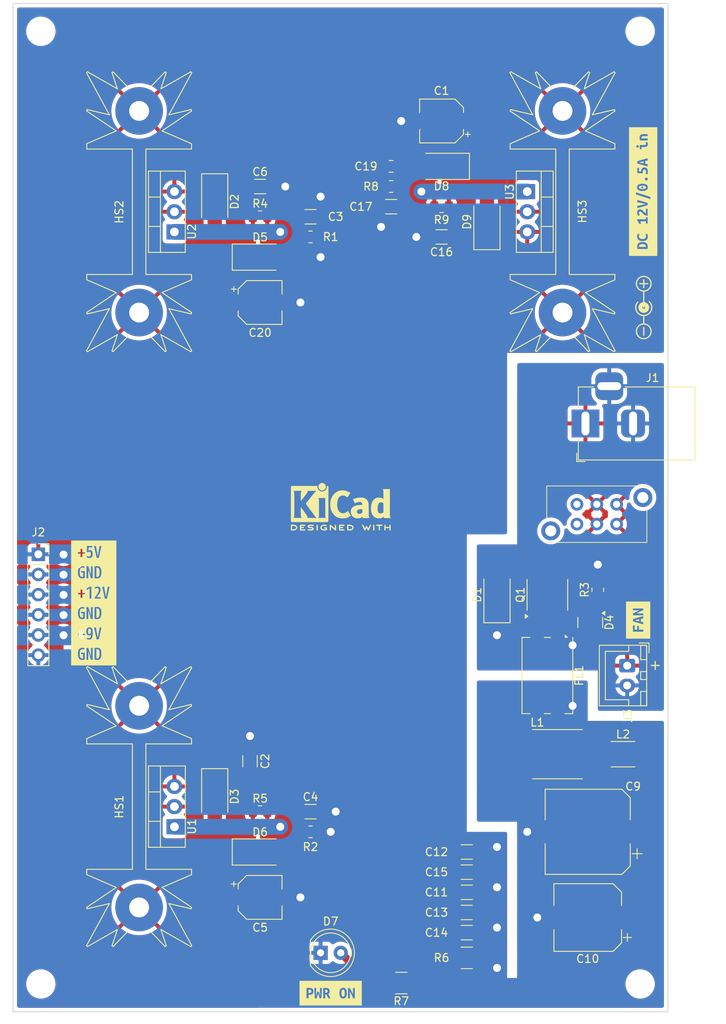
<source format=kicad_pcb>
(kicad_pcb (version 20240108) (generator "pcbnew") (generator_version "8.0")
  (layers (0 "F.Cu" signal) (31 "B.Cu" signal) (34 "B.Paste" user) (35 "F.Paste" user) (36 "B.SilkS" user "B.Silkscreen") (37 "F.SilkS" user "F.Silkscreen") (38 "B.Mask" user) (39 "F.Mask" user) (44 "Edge.Cuts" user))
  (net 0 "")
  (net 1 "+12V")
  (net 2 "GND")
  (net 3 "/ADJ_5V")
  (net 4 "/ADJ_9V")
  (net 5 "+5V")
  (net 6 "+9V")
  (net 7 "GNDPWR")
  (net 8 "/SW_OUT")
  (net 10 "/PRE_FILTER")
  (net 11 "Net-(D4-A)")
  (net 12 "Net-(D7-A)")
  (net 13 "/L1")
  (net 14 "/SW_IN")
  (net 15 "/L2")
  (net 18 "/ADJ_PRE")
  (net 19 "+8V")
  (footprint "Capacitor_SMD:C_1206_3216Metric" (layer "F.Cu") (at 140.97 62.865)
    (property "Reference" "C3" (at 3.175 0 0) (layer "F.SilkS"))
    (property "Value" "10uC")
    (pad "1" smd roundrect (at -1.475 0) (size 1.15 1.8) (layers "F.Cu" "F.Paste" "F.Mask") (roundrect_rratio 0.217391) (net 3 "/ADJ_5V"))
    (pad "2" smd roundrect (at 1.475 0) (size 1.15 1.8) (layers "F.Cu" "F.Paste" "F.Mask") (roundrect_rratio 0.217391) (net 2 "GND"))
  )
  (footprint "Inductor_SMD:L_Taiyo-Yuden_NR-60xx" (layer "F.Cu") (at 172.085 130.556)
    (property "Reference" "L1" (at -2.54 -4 0) (layer "F.SilkS"))
    (property "Value" "100uL")
    (pad "1" smd rect (at -2.35 0) (size 1.6 5.7) (layers "F.Cu" "F.Paste" "F.Mask") (net 13 "/L1"))
    (pad "2" smd rect (at 2.35 0) (size 1.6 5.7) (layers "F.Cu" "F.Paste" "F.Mask") (net 15 "/L2"))
  )
  (footprint "Diode_SMD:D_SMA" (layer "F.Cu") (at 128.905 135.89 -90)
    (property "Reference" "D3" (at 0 -2.5 90) (layer "F.SilkS"))
    (property "Value" "S1A-13-F")
    (pad "1" smd roundrect (at -2 0 270) (size 2.5 1.8) (layers "F.Cu" "F.Paste" "F.Mask") (roundrect_rratio 0.1388888889) (net 1 "+12V"))
    (pad "2" smd roundrect (at 2 0 270) (size 2.5 1.8) (layers "F.Cu" "F.Paste" "F.Mask") (roundrect_rratio 0.1388888889) (net 6 "+9V"))
  )
  (footprint "Package_SO:SOIC-8_3.9x4.9mm_P1.27mm" (layer "F.Cu") (at 170.815 110.49 90)
    (property "Reference" "Q1" (at 0 -3.4 90) (layer "F.SilkS"))
    (property "Value" "DMP3037LSS-13")
    (pad "1" smd roundrect (at -2.475 -1.905 90) (size 1.95 0.6) (layers "F.Cu" "F.Paste" "F.Mask") (net 10 "/PRE_FILTER"))
    (pad "2" smd roundrect (at -2.475 -0.635 90) (size 1.95 0.6) (layers "F.Cu" "F.Paste" "F.Mask") (net 10 "/PRE_FILTER"))
    (pad "3" smd roundrect (at -2.475 0.635 90) (size 1.95 0.6) (layers "F.Cu" "F.Paste" "F.Mask") (net 10 "/PRE_FILTER"))
    (pad "4" smd roundrect (at -2.475 1.905 90) (size 1.95 0.6) (layers "F.Cu" "F.Paste" "F.Mask") (net 11 "Net-(D4-A)"))
    (pad "5" smd roundrect (at 2.475 1.905 90) (size 1.95 0.6) (layers "F.Cu" "F.Paste" "F.Mask") (net 8 "/SW_OUT"))
    (pad "6" smd roundrect (at 2.475 0.635 90) (size 1.95 0.6) (layers "F.Cu" "F.Paste" "F.Mask") (net 8 "/SW_OUT"))
    (pad "7" smd roundrect (at 2.475 -0.635 90) (size 1.95 0.6) (layers "F.Cu" "F.Paste" "F.Mask") (net 8 "/SW_OUT"))
    (pad "8" smd roundrect (at 2.475 -1.905 90) (size 1.95 0.6) (layers "F.Cu" "F.Paste" "F.Mask") (net 8 "/SW_OUT"))
  )
  (footprint "Resistor_SMD:R_0805_2012Metric" (layer "F.Cu") (at 140.97 65.405)
    (property "Reference" "R1" (at 2.54 0 0) (layer "F.SilkS"))
    (property "Value" "715R")
    (pad "1" smd roundrect (at -0.9125 0) (size 1.025 1.4) (layers "F.Cu" "F.Paste" "F.Mask") (roundrect_rratio 0.243902) (net 3 "/ADJ_5V"))
    (pad "2" smd roundrect (at 0.9125 0) (size 1.025 1.4) (layers "F.Cu" "F.Paste" "F.Mask") (roundrect_rratio 0.243902) (net 2 "GND"))
  )
  (footprint "Resistor_SMD:R_0805_2012Metric" (layer "F.Cu") (at 177.165 109.855 90)
    (property "Reference" "R3" (at 0 -1.65 90) (layer "F.SilkS"))
    (property "Value" "10kR")
    (pad "1" smd roundrect (at -0.9125 0 90) (size 1.025 1.4) (layers "F.Cu" "F.Paste" "F.Mask") (roundrect_rratio 0.243902) (net 11 "Net-(D4-A)"))
    (pad "2" smd roundrect (at 0.9125 0 90) (size 1.025 1.4) (layers "F.Cu" "F.Paste" "F.Mask") (roundrect_rratio 0.243902) (net 7 "GNDPWR"))
  )
  (footprint "Capacitor_SMD:CP_Elec_5x5.4" (layer "F.Cu") (at 134.62 148.59)
    (property "Reference" "C5" (at 0 3.81 0) (layer "F.SilkS"))
    (property "Value" "22uC")
    (pad "1" smd roundrect (at -2.2 0) (size 3 1.6) (layers "F.Cu" "F.Paste" "F.Mask") (roundrect_rratio 0.15625) (net 6 "+9V"))
    (pad "2" smd roundrect (at 2.2 0) (size 3 1.6) (layers "F.Cu" "F.Paste" "F.Mask") (roundrect_rratio 0.15625) (net 2 "GND"))
  )
  (footprint "kibuzzard-67A3D3AE" (layer "F.Cu") (at 113.665 111.506)
    (property "Reference" "kibuzzard-67A3D3AE" (hide yes))
    (property "Value" "G***" (hide yes))
  )
  (footprint "Diode_SMD:D_SMA" (layer "F.Cu") (at 157.48 56.515 180)
    (property "Reference" "D8" (at 0 -2.5 0) (layer "F.SilkS"))
    (property "Value" "S1A-13-F")
    (pad "1" smd roundrect (at -2 0 180) (size 2.5 1.8) (layers "F.Cu" "F.Paste" "F.Mask") (roundrect_rratio 0.1388888889) (net 19 "+8V"))
    (pad "2" smd roundrect (at 2 0 180) (size 2.5 1.8) (layers "F.Cu" "F.Paste" "F.Mask") (roundrect_rratio 0.1388888889) (net 18 "/ADJ_PRE"))
  )
  (footprint "Connector_JST:JST_XH_B2B-XH-A_1x02_P2.50mm_Vertical" (layer "F.Cu") (at 180.865 119.4 -90)
    (property "Reference" "J3" (at 6.33 -0.11 90) (layer "F.SilkS"))
    (property "Value" "Conn_01x02")
    (pad "1" thru_hole roundrect (at 0 0 270) (size 1.7 2) (drill 1) (layers "*.Cu" "*.Mask") (roundrect_rratio 0.147059) (net 10 "/PRE_FILTER"))
    (pad "2" thru_hole oval (at 2.5 0 270) (size 1.7 2) (drill 1) (layers "*.Cu" "*.Mask") (net 7 "GNDPWR"))
  )
  (footprint "Inductor_SMD:L_Taiyo-Yuden_NR-30xx" (layer "F.Cu") (at 180.34 130.556)
    (property "Reference" "L2" (at 0 -2.5 0) (layer "F.SilkS"))
    (property "Value" "10uL")
    (pad "1" smd rect (at -1.1 0) (size 0.8 2.7) (layers "F.Cu" "F.Paste" "F.Mask") (net 15 "/L2"))
    (pad "2" smd rect (at 1.1 0) (size 0.8 2.7) (layers "F.Cu" "F.Paste" "F.Mask") (net 1 "+12V"))
  )
  (footprint "Resistor_SMD:R_1210_3225Metric" (layer "F.Cu") (at 152.4 159.385 180)
    (property "Reference" "R7" (at 0 -2.28 0) (layer "F.SilkS"))
    (property "Value" "1kR")
    (pad "1" smd roundrect (at -1.4625 0 180) (size 1.125 2.65) (layers "F.Cu" "F.Paste" "F.Mask") (roundrect_rratio 0.222222) (net 1 "+12V"))
    (pad "2" smd roundrect (at 1.4625 0 180) (size 1.125 2.65) (layers "F.Cu" "F.Paste" "F.Mask") (roundrect_rratio 0.222222) (net 12 "Net-(D7-A)"))
  )
  (footprint "Diode_SMD:D_SMA" (layer "F.Cu") (at 164.465 110.49 90)
    (property "Reference" "D1" (at 0 -2.5 90) (layer "F.SilkS"))
    (property "Value" "SMAJ16CA")
    (pad "1" smd roundrect (at -2 0 90) (size 2.5 1.8) (layers "F.Cu" "F.Paste" "F.Mask") (roundrect_rratio 0.1388888889) (net 7 "GNDPWR"))
    (pad "2" smd roundrect (at 2 0 90) (size 2.5 1.8) (layers "F.Cu" "F.Paste" "F.Mask") (roundrect_rratio 0.1388888889) (net 8 "/SW_OUT"))
  )
  (footprint "LED_THT:LED_D5.0mm" (layer "F.Cu") (at 142.24 155.575)
    (property "Reference" "D7" (at 1.27 -3.96 0) (layer "F.SilkS"))
    (property "Value" "LED")
    (pad "1" thru_hole rect (at 0 0) (size 1.8 1.8) (drill 0.9) (layers "*.Cu" "*.Mask") (net 2 "GND"))
    (pad "2" thru_hole circle (at 2.54 0) (size 1.8 1.8) (drill 0.9) (layers "*.Cu" "*.Mask") (net 12 "Net-(D7-A)"))
  )
  (footprint "Capacitor_SMD:C_1206_3216Metric" (layer "F.Cu") (at 157.48 65.405 180)
    (property "Reference" "C16" (at 0 -1.905 0) (layer "F.SilkS"))
    (property "Value" "100nC")
    (pad "1" smd roundrect (at -1.475 0 180) (size 1.15 1.8) (layers "F.Cu" "F.Paste" "F.Mask") (roundrect_rratio 0.217391) (net 1 "+12V"))
    (pad "2" smd roundrect (at 1.475 0 180) (size 1.15 1.8) (layers "F.Cu" "F.Paste" "F.Mask") (roundrect_rratio 0.217391) (net 2 "GND"))
  )
  (footprint "Diode_SMD:D_SMA" (layer "F.Cu") (at 128.905 60.96 -90)
    (property "Reference" "D2" (at 0 -2.5 90) (layer "F.SilkS"))
    (property "Value" "S1A-13-F")
    (pad "1" smd roundrect (at -2 0 270) (size 2.5 1.8) (layers "F.Cu" "F.Paste" "F.Mask") (roundrect_rratio 0.1388888889) (net 19 "+8V"))
    (pad "2" smd roundrect (at 2 0 270) (size 2.5 1.8) (layers "F.Cu" "F.Paste" "F.Mask") (roundrect_rratio 0.1388888889) (net 5 "+5V"))
  )
  (footprint "Connector_PinSocket_2.54mm:PinSocket_1x06_P2.54mm_Vertical" (layer "F.Cu") (at 106.68 105.38)
    (property "Reference" "J2" (at 0 -2.77 0) (layer "F.SilkS"))
    (property "Value" "Conn_01x06")
    (pad "1" thru_hole rect (at 0 0) (size 1.7 1.7) (drill 1) (layers "*.Cu" "*.Mask") (net 5 "+5V"))
    (pad "2" thru_hole oval (at 0 2.54) (size 1.7 1.7) (drill 1) (layers "*.Cu" "*.Mask") (net 2 "GND"))
    (pad "3" thru_hole oval (at 0 5.08) (size 1.7 1.7) (drill 1) (layers "*.Cu" "*.Mask") (net 1 "+12V"))
    (pad "4" thru_hole oval (at 0 7.62) (size 1.7 1.7) (drill 1) (layers "*.Cu" "*.Mask") (net 2 "GND"))
    (pad "5" thru_hole oval (at 0 10.16) (size 1.7 1.7) (drill 1) (layers "*.Cu" "*.Mask") (net 6 "+9V"))
    (pad "6" thru_hole oval (at 0 12.7) (size 1.7 1.7) (drill 1) (layers "*.Cu" "*.Mask") (net 2 "GND"))
  )
  (footprint "Capacitor_SMD:CP_Elec_10x10.5" (layer "F.Cu") (at 175.895 140.335 180)
    (property "Reference" "C9" (at -5.715 5.715 0) (layer "F.SilkS"))
    (property "Value" "1000uC")
    (pad "1" smd roundrect (at -4.2 0 180) (size 4.4 2.5) (layers "F.Cu" "F.Paste" "F.Mask") (roundrect_rratio 0.1) (net 1 "+12V"))
    (pad "2" smd roundrect (at 4.2 0 180) (size 4.4 2.5) (layers "F.Cu" "F.Paste" "F.Mask") (roundrect_rratio 0.1) (net 2 "GND"))
  )
  (footprint "Diode_SMD:D_SMA" (layer "F.Cu") (at 134.62 67.945)
    (property "Reference" "D5" (at 0 -2.5 0) (layer "F.SilkS"))
    (property "Value" "S1A-13-F")
    (pad "1" smd roundrect (at -2 0) (size 2.5 1.8) (layers "F.Cu" "F.Paste" "F.Mask") (roundrect_rratio 0.1388888889) (net 5 "+5V"))
    (pad "2" smd roundrect (at 2 0) (size 2.5 1.8) (layers "F.Cu" "F.Paste" "F.Mask") (roundrect_rratio 0.1388888889) (net 3 "/ADJ_5V"))
  )
  (footprint "Diode_SMD:D_SMA" (layer "F.Cu") (at 163.195 63.5 90)
    (property "Reference" "D9" (at 0 -2.5 90) (layer "F.SilkS"))
    (property "Value" "S1A-13-F")
    (pad "1" smd roundrect (at -2 0 90) (size 2.5 1.8) (layers "F.Cu" "F.Paste" "F.Mask") (roundrect_rratio 0.1388888889) (net 1 "+12V"))
    (pad "2" smd roundrect (at 2 0 90) (size 2.5 1.8) (layers "F.Cu" "F.Paste" "F.Mask") (roundrect_rratio 0.1388888889) (net 19 "+8V"))
  )
  (footprint "Resistor_SMD:R_0805_2012Metric" (layer "F.Cu") (at 134.62 62.865)
    (property "Reference" "R4" (at 0 -1.65 0) (layer "F.SilkS"))
    (property "Value" "240R")
    (pad "1" smd roundrect (at -0.9125 0) (size 1.025 1.4) (layers "F.Cu" "F.Paste" "F.Mask") (roundrect_rratio 0.243902) (net 5 "+5V"))
    (pad "2" smd roundrect (at 0.9125 0) (size 1.025 1.4) (layers "F.Cu" "F.Paste" "F.Mask") (roundrect_rratio 0.243902) (net 3 "/ADJ_5V"))
  )
  (footprint "Symbol:Symbol_Barrel_Polarity" (layer "F.Cu") (at 182.88 74.295 90)
    (property "Reference" "REF**" (hide yes))
    (property "Value" "Symbol_Barrel_Polarity")
  )
  (footprint "Capacitor_SMD:C_1206_3216Metric" (layer "F.Cu") (at 160.655 150.495)
    (property "Reference" "C13" (at -3.81 0 0) (layer "F.SilkS"))
    (property "Value" "100nC")
    (pad "1" smd roundrect (at -1.475 0) (size 1.15 1.8) (layers "F.Cu" "F.Paste" "F.Mask") (roundrect_rratio 0.217391) (net 1 "+12V"))
    (pad "2" smd roundrect (at 1.475 0) (size 1.15 1.8) (layers "F.Cu" "F.Paste" "F.Mask") (roundrect_rratio 0.217391) (net 2 "GND"))
  )
  (footprint "kibuzzard-67B50421" (layer "F.Cu") (at 143.51 160.655)
    (property "Reference" "kibuzzard-67B50421" (hide yes))
    (property "Value" "G***" (hide yes))
  )
  (footprint "kibuzzard-67B25D9F" (layer "F.Cu") (at 182.88 59.69 90)
    (property "Reference" "kibuzzard-67B25D9F" (hide yes))
    (property "Value" "G***" (hide yes))
  )
  (footprint "Capacitor_SMD:C_1206_3216Metric" (layer "F.Cu") (at 160.655 147.955)
    (property "Reference" "C11" (at -3.81 0 0) (layer "F.SilkS"))
    (property "Value" "10uC")
    (pad "1" smd roundrect (at -1.475 0) (size 1.15 1.8) (layers "F.Cu" "F.Paste" "F.Mask") (roundrect_rratio 0.217391) (net 1 "+12V"))
    (pad "2" smd roundrect (at 1.475 0) (size 1.15 1.8) (layers "F.Cu" "F.Paste" "F.Mask") (roundrect_rratio 0.217391) (net 2 "GND"))
  )
  (footprint "Diode_SMD:D_SMA" (layer "F.Cu") (at 134.62 142.875)
    (property "Reference" "D6" (at 0 -2.5 0) (layer "F.SilkS"))
    (property "Value" "S1A-13-F")
    (pad "1" smd roundrect (at -2 0) (size 2.5 1.8) (layers "F.Cu" "F.Paste" "F.Mask") (roundrect_rratio 0.1388888889) (net 6 "+9V"))
    (pad "2" smd roundrect (at 2 0) (size 2.5 1.8) (layers "F.Cu" "F.Paste" "F.Mask") (roundrect_rratio 0.1388888889) (net 4 "/ADJ_9V"))
  )
  (footprint "Package_TO_SOT_SMD:SOT-23" (layer "F.Cu") (at 176.215 113.9675 -90)
    (property "Reference" "D4" (at 0 -2.4 90) (layer "F.SilkS"))
    (property "Value" "BZX84C10")
    (pad "1" smd roundrect (at -0.9375 -0.95 270) (size 1.475 0.6) (layers "F.Cu" "F.Paste" "F.Mask") (net 11 "Net-(D4-A)"))
    (pad "2" smd roundrect (at -0.9375 0.95 270) (size 1.475 0.6) (layers "F.Cu" "F.Paste" "F.Mask"))
    (pad "3" smd roundrect (at 0.9375 0 270) (size 1.475 0.6) (layers "F.Cu" "F.Paste" "F.Mask") (net 10 "/PRE_FILTER"))
  )
  (footprint "Capacitor_SMD:CP_Elec_5x5.4" (layer "F.Cu") (at 134.62 73.66)
    (property "Reference" "C20" (at 0 3.81 0) (layer "F.SilkS"))
    (property "Value" "22uC")
    (pad "1" smd roundrect (at -2.2 0) (size 3 1.6) (layers "F.Cu" "F.Paste" "F.Mask") (roundrect_rratio 0.15625) (net 5 "+5V"))
    (pad "2" smd roundrect (at 2.2 0) (size 3 1.6) (layers "F.Cu" "F.Paste" "F.Mask") (roundrect_rratio 0.15625) (net 2 "GND"))
  )
  (footprint "MountingHole:MountingHole_3.2mm_M3" (layer "F.Cu") (at 107 39.5)
    (property "Reference" "H1" (hide yes))
    (property "Value" "MountingHole")
    (pad "" np_thru_hole circle (at 0 0) (size 3.2 3.2) (drill 3.2) (layers "*.Cu" "*.Mask"))
  )
  (footprint "Filter:Filter_Bourns_SRF0905_6.0x9.2mm" (layer "F.Cu") (at 170.815 120.65 -90)
    (property "Reference" "FL1" (at 0 -4 90) (layer "F.SilkS"))
    (property "Value" "SRF0905-202Y")
    (pad "1" smd rect (at -3.75 -1.27 270) (size 2 1.2) (layers "F.Cu" "F.Paste" "F.Mask") (net 7 "GNDPWR"))
    (pad "2" smd rect (at -3.75 1.27 270) (size 2 1.2) (layers "F.Cu" "F.Paste" "F.Mask") (net 10 "/PRE_FILTER"))
    (pad "3" smd rect (at 3.75 1.27 270) (size 2 1.2) (layers "F.Cu" "F.Paste" "F.Mask") (net 13 "/L1"))
    (pad "4" smd rect (at 3.75 -1.27 270) (size 2 1.2) (layers "F.Cu" "F.Paste" "F.Mask") (net 2 "GND"))
  )
  (footprint "Resistor_SMD:R_0805_2012Metric" (layer "F.Cu") (at 151.13 59.055 180)
    (property "Reference" "R8" (at 2.54 0 0) (layer "F.SilkS"))
    (property "Value" "340R")
    (pad "1" smd roundrect (at -0.9125 0 180) (size 1.025 1.4) (layers "F.Cu" "F.Paste" "F.Mask") (roundrect_rratio 0.243902) (net 18 "/ADJ_PRE"))
    (pad "2" smd roundrect (at 0.9125 0 180) (size 1.025 1.4) (layers "F.Cu" "F.Paste" "F.Mask") (roundrect_rratio 0.243902) (net 5 "+5V"))
  )
  (footprint "Capacitor_SMD:C_1206_3216Metric" (layer "F.Cu") (at 151.13 61.595 180)
    (property "Reference" "C17" (at 3.81 0 0) (layer "F.SilkS"))
    (property "Value" "10uC")
    (pad "1" smd roundrect (at -1.475 0 180) (size 1.15 1.8) (layers "F.Cu" "F.Paste" "F.Mask") (roundrect_rratio 0.217391) (net 18 "/ADJ_PRE"))
    (pad "2" smd roundrect (at 1.475 0 180) (size 1.15 1.8) (layers "F.Cu" "F.Paste" "F.Mask") (roundrect_rratio 0.217391) (net 2 "GND"))
  )
  (footprint "Resistor_SMD:R_0805_2012Metric" (layer "F.Cu") (at 140.97 140.335)
    (property "Reference" "R2" (at 0 1.905 0) (layer "F.SilkS"))
    (property "Value" "1500R")
    (pad "1" smd roundrect (at -0.9125 0) (size 1.025 1.4) (layers "F.Cu" "F.Paste" "F.Mask") (roundrect_rratio 0.243902) (net 4 "/ADJ_9V"))
    (pad "2" smd roundrect (at 0.9125 0) (size 1.025 1.4) (layers "F.Cu" "F.Paste" "F.Mask") (roundrect_rratio 0.243902) (net 2 "GND"))
  )
  (footprint "Package_TO_SOT_THT:TO-220-3_Vertical" (layer "F.Cu") (at 123.825 139.7 90)
    (property "Reference" "U1" (at 0.04 2.2 90) (layer "F.SilkS"))
    (property "Value" "LM317_TO-220")
    (pad "1" thru_hole rect (at 0 0 90) (size 1.905 2) (drill 1.1) (layers "*.Cu" "*.Mask") (net 4 "/ADJ_9V"))
    (pad "2" thru_hole oval (at 2.54 0 90) (size 1.905 2) (drill 1.1) (layers "*.Cu" "*.Mask") (net 6 "+9V"))
    (pad "3" thru_hole oval (at 5.08 0 90) (size 1.905 2) (drill 1.1) (layers "*.Cu" "*.Mask") (net 1 "+12V"))
  )
  (footprint "Symbol:KiCad-Logo2_5mm_SilkScreen" (layer "F.Cu") (at 144.78 99.3775)
    (property "Reference" "REF**" (hide yes))
    (property "Value" "KiCad-Logo2_5mm_SilkScreen" (hide yes))
  )
  (footprint "kibuzzard-67B5004D" (layer "F.Cu") (at 182.245 113.665 90)
    (property "Reference" "kibuzzard-67B5004D" (hide yes))
    (property "Value" "G***" (hide yes))
  )
  (footprint "Package_TO_SOT_THT:TO-220-3_Vertical" (layer "F.Cu") (at 123.825 64.77 90)
    (property "Reference" "U2" (at 0.04 2.2 90) (layer "F.SilkS"))
    (property "Value" "LM317_TO-220")
    (pad "1" thru_hole rect (at 0 0 90) (size 1.905 2) (drill 1.1) (layers "*.Cu" "*.Mask") (net 3 "/ADJ_5V"))
    (pad "2" thru_hole oval (at 2.54 0 90) (size 1.905 2) (drill 1.1) (layers "*.Cu" "*.Mask") (net 5 "+5V"))
    (pad "3" thru_hole oval (at 5.08 0 90) (size 1.905 2) (drill 1.1) (layers "*.Cu" "*.Mask") (net 19 "+8V"))
  )
  (footprint "Heatsink_custom:Heatsink_Fischer_SK104-STC-STIC_35x13mm_2xDrill2.5mm" (layer "F.Cu") (at 119.38 137.16 90)
    (property "Reference" "HS1" (at -0.025 -2.5 90) (layer "F.SilkS"))
    (property "Value" "Heatsink")
    (pad "1" thru_hole circle (at -12.7 0 270) (size 6 6) (drill 2.5) (layers "*.Cu" "*.Mask") (net 6 "+9V"))
    (pad "1" thru_hole circle (at 12.7 0 90) (size 6 6) (drill 2.5) (layers "*.Cu" "*.Mask") (net 6 "+9V"))
  )
  (footprint "Capacitor_SMD:C_1206_3216Metric" (layer "F.Cu") (at 160.655 145.415)
    (property "Reference" "C15" (at -3.81 0 0) (layer "F.SilkS"))
    (property "Value" "1nC")
    (pad "1" smd roundrect (at -1.475 0) (size 1.15 1.8) (layers "F.Cu" "F.Paste" "F.Mask") (roundrect_rratio 0.217391) (net 1 "+12V"))
    (pad "2" smd roundrect (at 1.475 0) (size 1.15 1.8) (layers "F.Cu" "F.Paste" "F.Mask") (roundrect_rratio 0.217391) (net 2 "GND"))
  )
  (footprint "Capacitor_SMD:C_1206_3216Metric" (layer "F.Cu") (at 134.62 59.055)
    (property "Reference" "C6" (at 0 -1.85 0) (layer "F.SilkS"))
    (property "Value" "100nC")
    (pad "1" smd roundrect (at -1.475 0) (size 1.15 1.8) (layers "F.Cu" "F.Paste" "F.Mask") (roundrect_rratio 0.217391) (net 19 "+8V"))
    (pad "2" smd roundrect (at 1.475 0) (size 1.15 1.8) (layers "F.Cu" "F.Paste" "F.Mask") (roundrect_rratio 0.217391) (net 2 "GND"))
  )
  (footprint "MountingHole:MountingHole_3.2mm_M3" (layer "F.Cu") (at 182.5 39.5)
    (property "Reference" "H2" (hide yes))
    (property "Value" "MountingHole")
    (pad "" np_thru_hole circle (at 0 0) (size 3.2 3.2) (drill 3.2) (layers "*.Cu" "*.Mask"))
  )
  (footprint "Package_TO_SOT_THT:TO-220-3_Vertical" (layer "F.Cu") (at 168.275 59.69 -90)
    (property "Reference" "U3" (at 0.04 2.2 90) (layer "F.SilkS"))
    (property "Value" "LM317_TO-220")
    (pad "1" thru_hole rect (at 0 0 270) (size 1.905 2) (drill 1.1) (layers "*.Cu" "*.Mask") (net 18 "/ADJ_PRE"))
    (pad "2" thru_hole oval (at 2.54 0 270) (size 1.905 2) (drill 1.1) (layers "*.Cu" "*.Mask") (net 19 "+8V"))
    (pad "3" thru_hole oval (at 5.08 0 270) (size 1.905 2) (drill 1.1) (layers "*.Cu" "*.Mask") (net 1 "+12V"))
  )
  (footprint "Capacitor_SMD:C_1206_3216Metric" (layer "F.Cu") (at 160.655 153.035)
    (property "Reference" "C14" (at -3.81 0 0) (layer "F.SilkS"))
    (property "Value" "10nC")
    (pad "1" smd roundrect (at -1.475 0) (size 1.15 1.8) (layers "F.Cu" "F.Paste" "F.Mask") (roundrect_rratio 0.217391) (net 1 "+12V"))
    (pad "2" smd roundrect (at 1.475 0) (size 1.15 1.8) (layers "F.Cu" "F.Paste" "F.Mask") (roundrect_rratio 0.217391) (net 2 "GND"))
  )
  (footprint "MountingHole:MountingHole_3.2mm_M3" (layer "F.Cu") (at 107 159.5)
    (property "Reference" "H3" (hide yes))
    (property "Value" "MountingHole")
    (pad "" np_thru_hole circle (at 0 0) (size 3.2 3.2) (drill 3.2) (layers "*.Cu" "*.Mask"))
  )
  (footprint "Heatsink_custom:Heatsink_Fischer_SK104-STC-STIC_35x13mm_2xDrill2.5mm" (layer "F.Cu") (at 119.38 62.23 90)
    (property "Reference" "HS2" (at -0.025 -2.5 90) (layer "F.SilkS"))
    (property "Value" "Heatsink")
    (pad "1" thru_hole circle (at -12.7 0 270) (size 6 6) (drill 2.5) (layers "*.Cu" "*.Mask") (net 5 "+5V"))
    (pad "1" thru_hole circle (at 12.7 0 90) (size 6 6) (drill 2.5) (layers "*.Cu" "*.Mask") (net 5 "+5V"))
  )
  (footprint "Capacitor_SMD:C_1206_3216Metric" (layer "F.Cu") (at 133.35 131.445 90)
    (property "Reference" "C2" (at 0 1.905 90) (layer "F.SilkS"))
    (property "Value" "100nC")
    (pad "1" smd roundrect (at -1.475 0 90) (size 1.15 1.8) (layers "F.Cu" "F.Paste" "F.Mask") (roundrect_rratio 0.217391) (net 1 "+12V"))
    (pad "2" smd roundrect (at 1.475 0 90) (size 1.15 1.8) (layers "F.Cu" "F.Paste" "F.Mask") (roundrect_rratio 0.217391) (net 2 "GND"))
  )
  (footprint "Capacitor_SMD:C_0805_2012Metric" (layer "F.Cu") (at 151.13 56.515 180)
    (property "Reference" "C19" (at 3.175 0 0) (layer "F.SilkS"))
    (property "Value" "100pC")
    (pad "1" smd roundrect (at -0.95 0 180) (size 1 1.45) (layers "F.Cu" "F.Paste" "F.Mask") (net 18 "/ADJ_PRE"))
    (pad "2" smd roundrect (at 0.95 0 180) (size 1 1.45) (layers "F.Cu" "F.Paste" "F.Mask") (net 5 "+5V"))
  )
  (footprint "Connector_BarrelJack:BarrelJack_Horizontal" (layer "F.Cu") (at 175.61 88.9 180)
    (property "Reference" "J1" (at -8.45 5.75 0) (layer "F.SilkS"))
    (property "Value" "Barrel_Jack_Switch")
    (pad "1" thru_hole rect (at 0 0 180) (size 3.5 3.5) (drill oval 1 3) (layers "*.Cu" "*.Mask") (net 14 "/SW_IN"))
    (pad "2" thru_hole roundrect (at -6 0 180) (size 3 3.5) (drill oval 1 3) (layers "*.Cu" "*.Mask") (net 7 "GNDPWR"))
    (pad "3" thru_hole roundrect (at -3 4.7 180) (size 3.5 3.5) (drill oval 3 1) (layers "*.Cu" "*.Mask") (net 7 "GNDPWR"))
  )
  (footprint "Resistor_SMD:R_0805_2012Metric" (layer "F.Cu") (at 134.62 137.795)
    (property "Reference" "R5" (at 0 -1.65 0) (layer "F.SilkS"))
    (property "Value" "240R")
    (pad "1" smd roundrect (at -0.9125 0) (size 1.025 1.4) (layers "F.Cu" "F.Paste" "F.Mask") (roundrect_rratio 0.243902) (net 6 "+9V"))
    (pad "2" smd roundrect (at 0.9125 0) (size 1.025 1.4) (layers "F.Cu" "F.Paste" "F.Mask") (roundrect_rratio 0.243902) (net 4 "/ADJ_9V"))
  )
  (footprint "Capacitor_SMD:CP_Elec_5x5.4" (layer "F.Cu") (at 157.48 50.8 180)
    (property "Reference" "C1" (at 0 3.81 0) (layer "F.SilkS"))
    (property "Value" "22uC")
    (pad "1" smd roundrect (at -2.2 0 180) (size 3 1.6) (layers "F.Cu" "F.Paste" "F.Mask") (roundrect_rratio 0.15625) (net 19 "+8V"))
    (pad "2" smd roundrect (at 2.2 0 180) (size 3 1.6) (layers "F.Cu" "F.Paste" "F.Mask") (roundrect_rratio 0.15625) (net 2 "GND"))
  )
  (footprint "MountingHole:MountingHole_3.2mm_M3" (layer "F.Cu") (at 182.5 159.5)
    (property "Reference" "H4" (hide yes))
    (property "Value" "MountingHole")
    (pad "" np_thru_hole circle (at 0 0) (size 3.2 3.2) (drill 3.2) (layers "*.Cu" "*.Mask"))
  )
  (footprint "Capacitor_SMD:C_1206_3216Metric" (layer "F.Cu") (at 140.97 137.795)
    (property "Reference" "C4" (at 0 -1.85 0) (layer "F.SilkS"))
    (property "Value" "10uC")
    (pad "1" smd roundrect (at -1.475 0) (size 1.15 1.8) (layers "F.Cu" "F.Paste" "F.Mask") (roundrect_rratio 0.217391) (net 4 "/ADJ_9V"))
    (pad "2" smd roundrect (at 1.475 0) (size 1.15 1.8) (layers "F.Cu" "F.Paste" "F.Mask") (roundrect_rratio 0.217391) (net 2 "GND"))
  )
  (footprint "Resistor_SMD:R_0805_2012Metric" (layer "F.Cu") (at 157.48 61.595 180)
    (property "Reference" "R9" (at 0 -1.65 0) (layer "F.SilkS"))
    (property "Value" "240R")
    (pad "1" smd roundrect (at -0.9125 0 180) (size 1.025 1.4) (layers "F.Cu" "F.Paste" "F.Mask") (roundrect_rratio 0.243902) (net 19 "+8V"))
    (pad "2" smd roundrect (at 0.9125 0 180) (size 1.025 1.4) (layers "F.Cu" "F.Paste" "F.Mask") (roundrect_rratio 0.243902) (net 18 "/ADJ_PRE"))
  )
  (footprint "Capacitor_SMD:C_1206_3216Metric" (layer "F.Cu") (at 160.655 142.875)
    (property "Reference" "C12" (at -3.81 0 0) (layer "F.SilkS"))
    (property "Value" "1uC")
    (pad "1" smd roundrect (at -1.475 0) (size 1.15 1.8) (layers "F.Cu" "F.Paste" "F.Mask") (roundrect_rratio 0.217391) (net 1 "+12V"))
    (pad "2" smd roundrect (at 1.475 0) (size 1.15 1.8) (layers "F.Cu" "F.Paste" "F.Mask") (roundrect_rratio 0.217391) (net 2 "GND"))
  )
  (footprint "Capacitor_SMD:CP_Elec_8x10" (layer "F.Cu") (at 175.895 151.13 180)
    (property "Reference" "C10" (at 0 -5.2 0) (layer "F.SilkS"))
    (property "Value" "100uC")
    (pad "1" smd roundrect (at -3.25 0 180) (size 3.5 2.5) (layers "F.Cu" "F.Paste" "F.Mask") (roundrect_rratio 0.1) (net 1 "+12V"))
    (pad "2" smd roundrect (at 3.25 0 180) (size 3.5 2.5) (layers "F.Cu" "F.Paste" "F.Mask") (roundrect_rratio 0.1) (net 2 "GND"))
  )
  (footprint "Resistor_SMD:R_1210_3225Metric" (layer "F.Cu") (at 160.655 156.21)
    (property "Reference" "R6" (at -3.175 0 0) (layer "F.SilkS"))
    (property "Value" "100kR")
    (pad "1" smd roundrect (at -1.4625 0) (size 1.125 2.65) (layers "F.Cu" "F.Paste" "F.Mask") (roundrect_rratio 0.222222) (net 1 "+12V"))
    (pad "2" smd roundrect (at 1.4625 0) (size 1.125 2.65) (layers "F.Cu" "F.Paste" "F.Mask") (roundrect_rratio 0.222222) (net 2 "GND"))
  )
  (footprint "Heatsink_custom:Heatsink_Fischer_SK104-STC-STIC_35x13mm_2xDrill2.5mm" (layer "F.Cu") (at 172.72 62.23 -90)
    (property "Reference" "HS3" (at -0.025 -2.5 -90) (layer "F.SilkS"))
    (property "Value" "Heatsink")
    (pad "1" thru_hole circle (at -12.7 0 90) (size 6 6) (drill 2.5) (layers "*.Cu" "*.Mask") (net 19 "+8V"))
    (pad "1" thru_hole circle (at 12.7 0 270) (size 6 6) (drill 2.5) (layers "*.Cu" "*.Mask") (net 19 "+8V"))
  )
  (footprint "Button_Switch_THT_custom:PN22SJNA03QE" (layer "F.Cu") (at 177.038 100.33)
    (property "Reference" "SW1" (hide yes))
    (property "Value" "SW_Push_DPDT")
    (pad "" thru_hole circle (at -5.8 2.1) (size 2.4 2.4) (drill 1.4) (layers "*.Cu" "*.Mask"))
    (pad "" thru_hole circle (at 5.8 -2.1) (size 2.4 2.4) (drill 1.4) (layers "*.Cu" "*.Mask"))
    (pad "1" thru_hole circle (at -2.5 1.25) (size 1.6 1.6) (drill 0.9) (layers "*.Cu" "*.Mask"))
    (pad "2" thru_hole circle (at 0 1.25) (size 1.6 1.6) (drill 0.9) (layers "*.Cu" "*.Mask") (net 14 "/SW_IN"))
    (pad "3" thru_hole circle (at 2.5 1.25) (size 1.6 1.6) (drill 0.9) (layers "*.Cu" "*.Mask") (net 8 "/SW_OUT"))
    (pad "4" thru_hole circle (at -2.5 -1.25) (size 1.6 1.6) (drill 0.9) (layers "*.Cu" "*.Mask"))
    (pad "5" thru_hole circle (at 0 -1.25) (size 1.6 1.6) (drill 0.9) (layers "*.Cu" "*.Mask") (net 14 "/SW_IN"))
    (pad "6" thru_hole circle (at 2.5 -1.25) (size 1.6 1.6) (drill 0.9) (layers "*.Cu" "*.Mask") (net 8 "/SW_OUT"))
  )
  (gr_line (start 184.4 119.38) (end 184.4 118.88) (stroke (width 0.15)) (layer "F.SilkS"))
  (gr_line (start 184.4 119.38) (end 184.4 119.88) (stroke (width 0.15)) (layer "F.SilkS"))
  (gr_line (start 184.4 119.38) (end 184.9 119.38) (stroke (width 0.15)) (layer "F.SilkS"))
  (gr_line (start 182.955 71.295) (end 182.955 71.795) (stroke (width 0.15)) (layer "F.SilkS"))
  (gr_line (start 182.955 77.295) (end 182.955 77.795) (stroke (width 0.15)) (layer "F.SilkS"))
  (gr_line (start 182.955 71.295) (end 182.455 71.295) (stroke (width 0.15)) (layer "F.SilkS"))
  (gr_line (start 184.4 119.38) (end 183.9 119.38) (stroke (width 0.15)) (layer "F.SilkS"))
  (gr_line (start 182.955 71.295) (end 183.455 71.295) (stroke (width 0.15)) (layer "F.SilkS"))
  (gr_line (start 182.955 77.295) (end 182.955 76.795) (stroke (width 0.15)) (layer "F.SilkS"))
  (gr_line (start 182.955 71.295) (end 182.955 70.795) (stroke (width 0.15)) (layer "F.SilkS"))
  (gr_line (start 186 163) (end 103.5 163) (stroke (width 0.1)) (layer "Edge.Cuts"))
  (gr_line (start 186 36) (end 186 163) (stroke (width 0.1)) (layer "Edge.Cuts"))
  (gr_line (start 103.5 163) (end 103.5 36) (stroke (width 0.1)) (layer "Edge.Cuts"))
  (gr_line (start 103.5 36) (end 186 36) (stroke (width 0.1)) (layer "Edge.Cuts"))
  (via (at 109.855 110.49) (size 1.9) (drill 1) (layers "F.Cu" "B.Cu") (net 1))
  (segment (start 149.655 61.595) (end 149.655 63.93) (width 1) (layer "F.Cu") (net 2))
  (segment (start 142.445 62.865) (end 142.445 60.53) (width 1) (layer "F.Cu") (net 2))
  (segment (start 142.445 137.795) (end 144.145 137.795) (width 1) (layer "F.Cu") (net 2))
  (segment (start 141.8825 140.335) (end 143.51 140.335) (width 1) (layer "F.Cu") (net 2))
  (segment (start 169.545 151.13) (end 172.645 151.13) (width 1) (layer "F.Cu") (net 2))
  (segment (start 141.8825 67.5875) (end 141.8825 65.405) (width 1) (layer "F.Cu") (net 2))
  (segment (start 168.275 140.335) (end 171.695 140.335) (width 1) (layer "F.Cu") (net 2))
  (segment (start 136.095 59.055) (end 137.795 59.055) (width 1) (layer "F.Cu") (net 2))
  (segment (start 172.085 124.4) (end 173.93 124.4) (width 1) (layer "F.Cu") (net 2))
  (segment (start 142.24 67.945) (end 141.8825 67.5875) (width 1) (layer "F.Cu") (net 2))
  (segment (start 136.82 148.59) (end 139.7 148.59) (width 1) (layer "F.Cu") (net 2))
  (segment (start 142.445 60.53) (end 142.24 60.325) (width 1) (layer "F.Cu") (net 2))
  (segment (start 149.655 63.93) (end 149.86 64.135) (width 1) (layer "F.Cu") (net 2))
  (segment (start 156.005 65.405) (end 154.305 65.405) (width 1) (layer "F.Cu") (net 2))
  (segment (start 136.82 73.66) (end 139.7 73.66) (width 1) (layer "F.Cu") (net 2))
  (segment (start 173.93 124.4) (end 173.99 124.46) (width 1) (layer "F.Cu") (net 2))
  (segment (start 155.28 50.8) (end 152.4 50.8) (width 1) (layer "F.Cu") (net 2))
  (segment (start 133.35 129.97) (end 133.35 128.27) (width 1) (layer "F.Cu") (net 2))
  (via (at 139.7 73.66) (size 1.9) (drill 1) (layers "F.Cu" "B.Cu") (net 2))
  (via (at 133.35 128.27) (size 1.9) (drill 1) (layers "F.Cu" "B.Cu") (net 2))
  (via (at 154.305 65.405) (size 1.9) (drill 1) (layers "F.Cu" "B.Cu") (net 2))
  (via (at 109.855 113.03) (size 1.9) (drill 1) (layers "F.Cu" "B.Cu") (net 2))
  (via (at 142.24 67.945) (size 1.9) (drill 1) (layers "F.Cu" "B.Cu") (net 2))
  (via (at 152.4 50.8) (size 1.9) (drill 1) (layers "F.Cu" "B.Cu") (net 2))
  (via (at 143.51 140.335) (size 1.9) (drill 1) (layers "F.Cu" "B.Cu") (net 2))
  (via (at 173.99 124.46) (size 1.9) (drill 1) (layers "F.Cu" "B.Cu") (net 2))
  (via (at 164.465 152.4) (size 1.9) (drill 1) (layers "F.Cu" "B.Cu") (net 2))
  (via (at 139.7 148.59) (size 1.9) (drill 1) (layers "F.Cu" "B.Cu") (net 2))
  (via (at 142.24 60.325) (size 1.9) (drill 1) (layers "F.Cu" "B.Cu") (net 2))
  (via (at 109.855 107.95) (size 1.9) (drill 1) (layers "F.Cu" "B.Cu") (net 2))
  (via (at 144.145 137.795) (size 1.9) (drill 1) (layers "F.Cu" "B.Cu") (net 2))
  (via (at 164.465 142.24) (size 1.9) (drill 1) (layers "F.Cu" "B.Cu") (net 2))
  (via (at 169.545 151.13) (size 1.9) (drill 1) (layers "F.Cu" "B.Cu") (net 2))
  (via (at 164.465 147.32) (size 1.9) (drill 1) (layers "F.Cu" "B.Cu") (net 2))
  (via (at 164.465 157.48) (size 1.9) (drill 1) (layers "F.Cu" "B.Cu") (net 2))
  (via (at 137.795 59.055) (size 1.9) (drill 1) (layers "F.Cu" "B.Cu") (net 2))
  (via (at 168.275 140.335) (size 1.9) (drill 1) (layers "F.Cu" "B.Cu") (net 2))
  (via (at 149.86 64.135) (size 1.9) (drill 1) (layers "F.Cu" "B.Cu") (net 2))
  (via (at 137.16 64.77) (size 1.9) (drill 1) (layers "F.Cu" "B.Cu") (net 3))
  (segment (start 123.825 64.77) (end 137.16 64.77) (width 2) (layer "B.Cu") (net 3))
  (via (at 137.16 139.7) (size 1.9) (drill 1) (layers "F.Cu" "B.Cu") (net 4))
  (segment (start 123.825 139.7) (end 137.16 139.7) (width 2) (layer "B.Cu") (net 4))
  (via (at 109.855 105.41) (size 1.9) (drill 1) (layers "F.Cu" "B.Cu") (net 5))
  (via (at 109.855 115.57) (size 1.9) (drill 1) (layers "F.Cu" "B.Cu") (net 6))
  (segment (start 173.93 116.9) (end 173.99 116.84) (width 1) (layer "F.Cu") (net 7))
  (segment (start 164.465 115.57) (end 164.465 112.49) (width 1) (layer "F.Cu") (net 7))
  (segment (start 172.085 116.9) (end 173.93 116.9) (width 1) (layer "F.Cu") (net 7))
  (segment (start 177.165 106.68) (end 177.165 108.9425) (width 1) (layer "F.Cu") (net 7))
  (via (at 164.465 115.57) (size 1.9) (drill 1) (layers "F.Cu" "B.Cu") (net 7))
  (via (at 177.165 106.68) (size 1.9) (drill 1) (layers "F.Cu" "B.Cu") (net 7))
  (via (at 173.99 116.84) (size 1.9) (drill 1) (layers "F.Cu" "B.Cu") (net 7))
  (segment (start 172.72 111.76) (end 172.72 112.965) (width 0.5) (layer "F.Cu") (net 11))
  (segment (start 177.165 110.7675) (end 173.7125 110.7675) (width 0.5) (layer "F.Cu") (net 11))
  (segment (start 173.7125 110.7675) (end 172.72 111.76) (width 0.5) (layer "F.Cu") (net 11))
  (segment (start 177.165 113.03) (end 177.165 110.7675) (width 0.5) (layer "F.Cu") (net 11))
  (segment (start 150.9375 159.385) (end 148.59 159.385) (width 1) (layer "F.Cu") (net 12))
  (segment (start 148.59 159.385) (end 144.78 155.575) (width 1) (layer "F.Cu") (net 12))
  (via (at 154.94 59.69) (size 1.9) (drill 1) (layers "F.Cu" "B.Cu") (net 18))
  (segment (start 154.94 59.69) (end 168.275 59.69) (width 2) (layer "B.Cu") (net 18))
  (zone (net 1) (net_name "+12V") (layer "F.Cu") (priority 21) (connect_pads (clearance 0.5)) (min_thickness 0.5) (fill yes (thermal_gap 0.5) (thermal_bridge_width 0.5))
    (polygon (pts (xy 103.505 109.22) (xy 103.505 111.76) (xy 112.395 111.76) (xy 112.395 116.84) (xy 148.59 116.84) (xy 148.59 109.22) (xy 114.3 109.22)))
  )
  (zone (net 4) (net_name "/ADJ_9V") (layer "F.Cu") (priority 19) (connect_pads (clearance 0.5)) (min_thickness 0.5) (fill yes (thermal_gap 0.5) (thermal_bridge_width 0.5))
    (polygon (pts (xy 134.62 135.89) (xy 140.97 135.89) (xy 140.97 144.145) (xy 134.62 144.145)))
  )
  (zone (net 1) (net_name "+12V") (layer "F.Cu") (priority 9) (connect_pads (clearance 0.5)) (min_thickness 0.5) (fill yes (thermal_gap 0.5) (thermal_bridge_width 0.5))
    (polygon (pts (xy 120.65 131.445) (xy 148.59 131.445) (xy 148.59 135.89) (xy 120.65 135.89)))
  )
  (zone (net 2) (net_name "GND") (layer "F.Cu") (priority 36) (connect_pads (clearance 0.5)) (min_thickness 0.5) (fill yes (thermal_gap 0.5) (thermal_bridge_width 0.5) (island_removal_mode 1) (island_area_min 10))
    (polygon (pts (xy 103.505 106.68) (xy 111.76 106.68) (xy 111.76 109.22) (xy 103.505 109.22)))
  )
  (zone (net 6) (net_name "+9V") (layer "F.Cu") (priority 17) (connect_pads (clearance 0.5)) (min_thickness 0.5) (fill yes (thermal_gap 0.5) (thermal_bridge_width 0.5))
    (polygon (pts (xy 134.62 157.48) (xy 109.855 157.48) (xy 109.855 114.3) (xy 103.505 114.3) (xy 103.505 121.285) (xy 103.505 163.195) (xy 134.62 163.195)))
  )
  (zone (net 2) (net_name "GND") (layer "F.Cu") (priority 35) (connect_pads (clearance 0.5)) (min_thickness 0.5) (fill yes (thermal_gap 0.5) (thermal_bridge_width 0.5))
    (polygon (pts (xy 167.005 155.575) (xy 167.005 135.255) (xy 175.895 135.255) (xy 175.895 155.575)))
  )
  (zone (net 1) (net_name "+12V") (layer "F.Cu") (priority 32) (connect_pads (clearance 0.5)) (min_thickness 0.5) (fill yes (thermal_gap 0.5) (thermal_bridge_width 0.5))
    (polygon (pts (xy 152.4 163.195) (xy 152.4 135.255) (xy 160.655 135.255) (xy 160.655 158.75) (xy 167.005 158.75) (xy 167.005 163.195)))
  )
  (zone (net 5) (net_name "+5V") (layer "F.Cu") (priority 6) (connect_pads (clearance 0.5)) (min_thickness 0.5) (fill yes (thermal_gap 0.5) (thermal_bridge_width 0.5))
    (polygon (pts (xy 112.395 44.45) (xy 126.365 44.45) (xy 126.365 56.515) (xy 120.65 56.515) (xy 120.65 60.96) (xy 126.365 60.96) (xy 126.365 80.01) (xy 112.395 80.01)))
  )
  (zone (net 19) (net_name "+8V") (layer "F.Cu") (priority 5) (connect_pads (clearance 0.5)) (min_thickness 0.5) (fill yes (thermal_gap 0.5) (thermal_bridge_width 0.5))
    (polygon (pts (xy 157.48 56.515) (xy 157.48 44.45) (xy 163.195 44.45) (xy 163.195 56.515)))
  )
  (zone (net 19) (net_name "+8V") (layer "F.Cu") (priority 14) (connect_pads (clearance 0.5)) (min_thickness 0.25) (fill yes (thermal_gap 0.5) (thermal_bridge_width 0.5))
    (polygon (pts (xy 163.195 48.895) (xy 134.62 48.895) (xy 134.62 56.515) (xy 128.905 56.515) (xy 128.905 44.45) (xy 163.195 44.45)))
  )
  (zone (net 1) (net_name "+12V") (layer "F.Cu") (priority 22) (connect_pads (clearance 0.5)) (min_thickness 0.5) (fill yes (thermal_gap 0.5) (thermal_bridge_width 0.5))
    (polygon (pts (xy 160.655 90.17) (xy 142.24 90.17) (xy 142.24 135.89) (xy 160.655 135.89)))
  )
  (zone (net 1) (net_name "+12V") (layer "F.Cu") (priority 15) (connect_pads (clearance 0.5)) (min_thickness 0.25) (fill yes (thermal_gap 0.5) (thermal_bridge_width 0.5))
    (polygon (pts (xy 157.48 63.5) (xy 163.195 63.5) (xy 163.195 102.87) (xy 157.48 102.87)))
  )
  (zone (net 2) (net_name "GND") (layer "F.Cu") (priority 31) (connect_pads (clearance 0.5)) (min_thickness 0.5) (fill yes (thermal_gap 0.5) (thermal_bridge_width 0.5))
    (polygon (pts (xy 165.735 158.75) (xy 160.655 158.75) (xy 160.655 140.335) (xy 165.735 140.335)))
  )
  (zone (net 19) (net_name "+8V") (layer "F.Cu") (priority 7) (connect_pads (clearance 0.5)) (min_thickness 0.5) (fill yes (thermal_gap 0.5) (thermal_bridge_width 0.5))
    (polygon (pts (xy 120.65 60.96) (xy 134.62 60.96) (xy 134.62 56.515) (xy 120.65 56.515)))
  )
  (zone (net 13) (net_name "/L1") (layer "F.Cu") (priority 33) (connect_pads (clearance 0.5)) (min_thickness 0.5) (fill yes (thermal_gap 0.5) (thermal_bridge_width 0.5) (island_removal_mode 1) (island_area_min 10))
    (polygon (pts (xy 172.085 135.255) (xy 161.925 135.255) (xy 161.925 121.285) (xy 175.895 121.285) (xy 175.895 126.365) (xy 172.085 126.365)))
  )
  (zone (net 5) (net_name "+5V") (layer "F.Cu") (priority 4) (connect_pads (clearance 0.5)) (min_thickness 0.5) (fill yes (thermal_gap 0.5) (thermal_bridge_width 0.5))
    (polygon (pts (xy 151.13 55.245) (xy 151.13 60.325) (xy 143.51 60.325) (xy 143.51 55.245)))
  )
  (zone (net 6) (net_name "+9V") (layer "F.Cu") (priority 20) (connect_pads (clearance 0.5)) (min_thickness 0.5) (fill yes (thermal_gap 0.5) (thermal_bridge_width 0.5))
    (polygon (pts (xy 128.905 142.24) (xy 134.62 142.24) (xy 134.62 158.115) (xy 128.905 158.115)))
  )
  (zone (net 10) (net_name "/PRE_FILTER") (layer "F.Cu") (priority 29) (connect_pads (clearance 0.5)) (min_thickness 0.5) (fill yes (thermal_gap 0.5) (thermal_bridge_width 0.5))
    (polygon (pts (xy 166.37 110.49) (xy 186.055 110.49) (xy 186.055 120.015) (xy 166.37 120.015)))
  )
  (zone (net 15) (net_name "/L2") (layer "F.Cu") (priority 34) (connect_pads (clearance 0.5)) (min_thickness 0.5) (fill yes (thermal_gap 0.5) (thermal_bridge_width 0.5) (island_removal_mode 1) (island_area_min 10))
    (polygon (pts (xy 172.085 126.365) (xy 180.34 126.365) (xy 180.34 135.255) (xy 172.085 135.255)))
  )
  (zone (net 6) (net_name "+9V") (layer "F.Cu") (priority 8) (connect_pads (clearance 0.5)) (min_thickness 0.5) (fill yes (thermal_gap 0.5) (thermal_bridge_width 0.5))
    (polygon (pts (xy 112.395 119.38) (xy 126.365 119.38) (xy 126.365 131.445) (xy 120.65 131.445) (xy 120.65 135.89) (xy 126.365 135.89) (xy 126.365 154.94) (xy 112.395 154.94)))
  )
  (zone (net 1) (net_name "+12V") (layer "F.Cu") (priority 3) (connect_pads (clearance 0.5)) (min_thickness 0.5) (fill yes (thermal_gap 0.5) (thermal_bridge_width 0.5))
    (polygon (pts (xy 157.48 63.5) (xy 157.48 67.945) (xy 171.45 67.945) (xy 171.45 63.5) (xy 165.735 63.5)))
  )
  (zone (net 14) (net_name "/SW_IN") (layer "F.Cu") (priority 28) (connect_pads (clearance 0.5)) (min_thickness 0.5) (fill yes (thermal_gap 0.5) (thermal_bridge_width 0.5))
    (polygon (pts (xy 178.435 102.87) (xy 167.005 102.87) (xy 167.005 85.09) (xy 178.435 85.09)))
  )
  (zone (net 5) (net_name "+5V") (layer "F.Cu") (priority 10) (connect_pads (clearance 0.5)) (min_thickness 0.5) (fill yes (thermal_gap 0.5) (thermal_bridge_width 0.5))
    (polygon (pts (xy 126.365 60.96) (xy 134.62 60.96) (xy 134.62 69.215) (xy 126.365 69.215)))
  )
  (zone (net 2) (net_name "GND") (layer "F.Cu") (priority 37) (connect_pads (clearance 0.5)) (min_thickness 0.5) (fill yes (thermal_gap 0.5) (thermal_bridge_width 0.5) (island_removal_mode 1) (island_area_min 10))
    (polygon (pts (xy 103.505 111.76) (xy 111.76 111.76) (xy 111.76 114.3) (xy 103.505 114.3)))
  )
  (zone (net 19) (net_name "+8V") (layer "F.Cu") (priority 2) (connect_pads (clearance 0.5)) (min_thickness 0.5) (fill yes (thermal_gap 0.5) (thermal_bridge_width 0.5))
    (polygon (pts (xy 165.735 67.945) (xy 165.735 80.01) (xy 179.705 80.01) (xy 179.705 44.45) (xy 165.735 44.45) (xy 165.735 63.5) (xy 171.45 63.5) (xy 171.45 67.945)))
  )
  (zone (net 18) (net_name "/ADJ_PRE") (layer "F.Cu") (priority 1) (connect_pads (clearance 0.5)) (min_thickness 0.5) (fill yes (thermal_gap 0.5) (thermal_bridge_width 0.5))
    (polygon (pts (xy 157.48 63.5) (xy 151.13 63.5) (xy 151.13 55.245) (xy 157.48 55.245)))
  )
  (zone (net 6) (net_name "+9V") (layer "F.Cu") (priority 18) (connect_pads (clearance 0.5)) (min_thickness 0.5) (fill yes (thermal_gap 0.5) (thermal_bridge_width 0.5))
    (polygon (pts (xy 126.365 135.89) (xy 134.62 135.89) (xy 134.62 144.145) (xy 126.365 144.145)))
  )
  (zone (net 5) (net_name "+5V") (layer "F.Cu") (priority 12) (connect_pads (clearance 0.5)) (min_thickness 0.5) (fill yes (thermal_gap 0.5) (thermal_bridge_width 0.5))
    (polygon (pts (xy 128.905 67.945) (xy 134.62 67.945) (xy 134.62 104.775) (xy 128.905 104.775)))
  )
  (zone (net 8) (net_name "/SW_OUT") (layer "F.Cu") (priority 27) (connect_pads (clearance 0.5)) (min_thickness 0.5) (fill yes (thermal_gap 0.5) (thermal_bridge_width 0.5))
    (polygon (pts (xy 178.435 97.155) (xy 186.055 97.155) (xy 186.055 105.41) (xy 186.055 110.49) (xy 161.925 110.49) (xy 161.925 102.87) (xy 178.435 102.87)))
  )
  (zone (net 19) (net_name "+8V") (layer "F.Cu") (priority 1) (connect_pads (clearance 0.5)) (min_thickness 0.5) (fill yes (thermal_gap 0.5) (thermal_bridge_width 0.5))
    (polygon (pts (xy 157.48 63.5) (xy 165.735 63.5) (xy 165.735 55.245) (xy 157.48 55.245)))
  )
  (zone (net 1) (net_name "+12V") (layer "F.Cu") (priority 30) (connect_pads (clearance 0.5)) (min_thickness 0.5) (fill yes (thermal_gap 0.5) (thermal_bridge_width 0.5))
    (polygon (pts (xy 167.005 163.195) (xy 186.055 163.195) (xy 186.055 126.365) (xy 180.34 126.365) (xy 180.34 135.255) (xy 175.895 135.255) (xy 175.895 155.575) (xy 167.005 155.575) (xy 167.005 158.75)))
  )
  (zone (net 5) (net_name "+5V") (layer "F.Cu") (priority 16) (connect_pads (clearance 0.5)) (min_thickness 0.5) (fill yes (thermal_gap 0.5) (thermal_bridge_width 0.5))
    (polygon (pts (xy 103.505 106.68) (xy 103.505 102.235) (xy 134.62 102.235) (xy 134.62 106.68)))
  )
  (zone (net 5) (net_name "+5V") (layer "F.Cu") (priority 13) (connect_pads (clearance 0.5)) (min_thickness 0.25) (fill yes (thermal_gap 0.5) (thermal_bridge_width 0.5))
    (polygon (pts (xy 128.905 75.565) (xy 143.51 75.565) (xy 143.51 57.785) (xy 148.59 57.785) (xy 148.59 81.28) (xy 128.905 81.28)))
  )
  (zone (net 3) (net_name "/ADJ_5V") (layer "F.Cu") (priority 11) (connect_pads (clearance 0.5)) (min_thickness 0.5) (fill yes (thermal_gap 0.5) (thermal_bridge_width 0.5))
    (polygon (pts (xy 134.62 69.215) (xy 140.97 69.215) (xy 140.97 60.96) (xy 134.62 60.96)))
  )
  (zone (net 0) (net_name "") (layers "F&B.Cu") (connect_pads (clearance 0)) (min_thickness 0.25)
    (keepout (tracks allowed) (vias allowed) (pads allowed) (copperpour not_allowed) (footprints allowed))
    (fill (thermal_gap 0.5) (thermal_bridge_width 0.5))
    (polygon (pts (xy 167.005 102.87) (xy 160.655 102.87) (xy 160.655 140.335) (xy 167.005 140.335) (xy 167.005 139.065) (xy 161.925 139.065) (xy 161.925 104.14) (xy 167.005 104.14)))
  )
  (zone (net 0) (net_name "") (layers "F&B.Cu") (connect_pads (clearance 0)) (min_thickness 0.25)
    (keepout (tracks allowed) (vias allowed) (pads allowed) (copperpour not_allowed) (footprints allowed))
    (fill (thermal_gap 0.5) (thermal_bridge_width 0.5))
    (polygon (pts (xy 186.055 80.01) (xy 165.735 80.01) (xy 165.735 104.14) (xy 167.005 104.14) (xy 167.005 81.28) (xy 186.055 81.28)))
  )
  (zone (net 0) (net_name "") (layers "F&B.Cu") (connect_pads (clearance 0)) (min_thickness 0.25)
    (keepout (tracks allowed) (vias allowed) (pads allowed) (copperpour not_allowed) (footprints allowed))
    (fill (thermal_gap 0.5) (thermal_bridge_width 0.5))
    (polygon (pts (xy 175.895 121.285) (xy 175.895 126.365) (xy 186.055 126.365) (xy 186.055 125.095) (xy 177.165 125.095) (xy 177.165 121.285)))
  )
  (zone (net 0) (net_name "") (layers "F&B.Cu") (connect_pads (clearance 0)) (min_thickness 0.25)
    (keepout (tracks allowed) (vias allowed) (pads allowed) (copperpour not_allowed) (footprints allowed))
    (fill (thermal_gap 0.5) (thermal_bridge_width 0.5))
    (polygon (pts (xy 165.735 158.75) (xy 167.005 158.75) (xy 167.005 140.335) (xy 165.735 140.335)))
  )
  (zone (net 0) (net_name "") (layers "F&B.Cu" "F.Fab") (connect_pads (clearance 0)) (min_thickness 0.5)
    (keepout (tracks allowed) (vias allowed) (pads allowed) (copperpour not_allowed) (footprints allowed))
    (fill (thermal_gap 0.5) (thermal_bridge_width 0.5))
    (polygon (pts (xy 161.925 120.015) (xy 177.165 120.015) (xy 177.165 121.285) (xy 161.925 121.285)))
  )
  (zone (net 5) (net_name "+5V") (layer "B.Cu") (priority 23) (connect_pads (clearance 0.5)) (min_thickness 0.5) (fill yes (thermal_gap 0.5) (thermal_bridge_width 0.5))
    (polygon (pts (xy 103.505 106.68) (xy 111.76 106.68) (xy 111.76 104.14) (xy 103.505 104.14)))
  )
  (zone (net 2) (net_name "GND") (layer "B.Cu") (connect_pads (clearance 0.5)) (min_thickness 0.5) (fill yes (thermal_gap 0.5) (thermal_bridge_width 0.5))
    (polygon (pts (xy 103.505 35.56) (xy 103.505 163.195) (xy 186.055 163.195) (xy 186.055 35.56)))
  )
  (zone (net 7) (net_name "GNDPWR") (layer "B.Cu") (priority 38) (connect_pads (clearance 0.5)) (min_thickness 0.5) (fill yes (thermal_gap 0.5) (thermal_bridge_width 0.5))
    (polygon (pts (xy 161.925 120.015) (xy 161.925 104.14) (xy 167.64 104.14) (xy 167.64 120.015)))
  )
  (zone (net 7) (net_name "GNDPWR") (layer "B.Cu") (priority 26) (connect_pads (clearance 0.5)) (min_thickness 0.5) (fill yes (thermal_gap 0.5) (thermal_bridge_width 0.5))
    (polygon (pts (xy 167.005 81.28) (xy 186.055 81.28) (xy 186.055 120.015) (xy 167.005 120.015)))
  )
  (zone (net 6) (net_name "+9V") (layer "B.Cu") (priority 25) (connect_pads (clearance 0.5)) (min_thickness 0.5) (fill yes (thermal_gap 0.5) (thermal_bridge_width 0.5))
    (polygon (pts (xy 103.505 114.3) (xy 111.76 114.3) (xy 111.76 116.84) (xy 103.505 116.84)))
  )
  (zone (net 7) (net_name "GNDPWR") (layer "B.Cu") (priority 39) (connect_pads (clearance 0.5)) (min_thickness 0.5) (fill yes (thermal_gap 0.5) (thermal_bridge_width 0.5))
    (polygon (pts (xy 177.165 119.38) (xy 177.165 125.095) (xy 186.055 125.095) (xy 186.055 119.38)))
  )
  (zone (net 1) (net_name "+12V") (layer "B.Cu") (priority 24) (connect_pads (clearance 0.5)) (min_thickness 0.5) (fill yes (thermal_gap 0.5) (thermal_bridge_width 0.5))
    (polygon (pts (xy 103.505 109.22) (xy 111.76 109.22) (xy 111.76 111.76) (xy 103.505 111.76)))
  )
)
</source>
